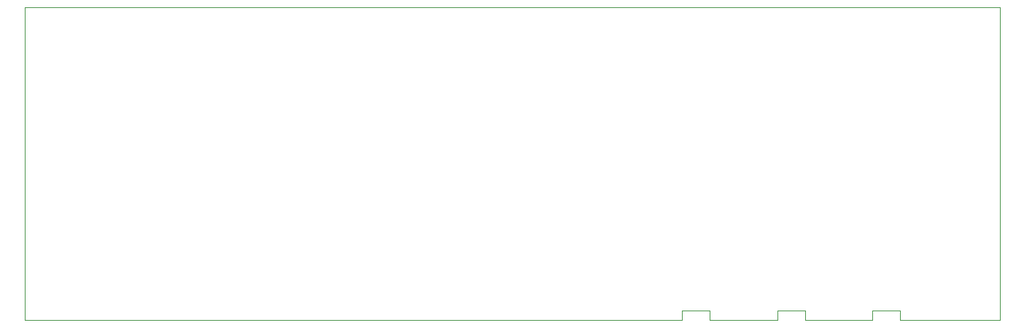
<source format=gbr>
%TF.GenerationSoftware,KiCad,Pcbnew,9.0.1*%
%TF.CreationDate,2025-04-18T12:39:12-07:00*%
%TF.ProjectId,Greenhouse Board,47726565-6e68-46f7-9573-6520426f6172,rev?*%
%TF.SameCoordinates,Original*%
%TF.FileFunction,Profile,NP*%
%FSLAX46Y46*%
G04 Gerber Fmt 4.6, Leading zero omitted, Abs format (unit mm)*
G04 Created by KiCad (PCBNEW 9.0.1) date 2025-04-18 12:39:12*
%MOMM*%
%LPD*%
G01*
G04 APERTURE LIST*
%TA.AperFunction,Profile*%
%ADD10C,0.050000*%
%TD*%
G04 APERTURE END LIST*
D10*
X209042000Y-113815734D02*
X197479025Y-113815734D01*
X197470546Y-112707255D01*
X194270546Y-112707255D01*
X194270546Y-113807255D01*
X186403835Y-113807255D01*
X186403835Y-112707255D01*
X183203835Y-112707255D01*
X183203835Y-113807255D01*
X175338823Y-113807255D01*
X175338823Y-112707255D01*
X172138823Y-112707255D01*
X172138823Y-113807255D01*
X95826350Y-113816710D01*
X95826350Y-77447242D01*
X209042000Y-77447242D01*
X209042000Y-113815734D01*
M02*

</source>
